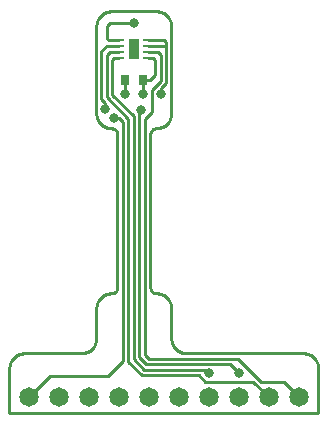
<source format=gbr>
G04 EAGLE Gerber RS-274X export*
G75*
%MOMM*%
%FSLAX34Y34*%
%LPD*%
%INTop Copper*%
%IPPOS*%
%AMOC8*
5,1,8,0,0,1.08239X$1,22.5*%
G01*
%ADD10R,0.850000X0.254000*%
%ADD11R,0.900000X1.700000*%
%ADD12R,0.762000X0.889000*%
%ADD13C,1.650000*%
%ADD14C,0.806400*%
%ADD15C,0.254000*%
%ADD16C,0.254000*%


D10*
X93160Y316110D03*
X93160Y311110D03*
X93160Y306110D03*
X93160Y301110D03*
X117660Y301110D03*
X117660Y306110D03*
X117660Y311110D03*
X117660Y316110D03*
D11*
X105410Y308610D03*
D12*
X97790Y281940D03*
X113030Y281940D03*
D13*
X16510Y13970D03*
X41910Y13970D03*
X67310Y13970D03*
X92710Y13970D03*
X118110Y13970D03*
X143510Y13970D03*
X168910Y13970D03*
X194310Y13970D03*
X219710Y13970D03*
X245110Y13970D03*
D14*
X128270Y270510D03*
D15*
X93160Y311110D02*
X82510Y311110D01*
X77978Y306578D01*
X77978Y265960D01*
D14*
X81280Y257810D03*
D15*
X81280Y262658D02*
X77978Y265960D01*
X81280Y262658D02*
X81280Y257810D01*
D14*
X97790Y270510D03*
D15*
X97790Y281940D01*
X117660Y316110D02*
X130930Y316110D01*
X132842Y314198D01*
X128270Y275358D02*
X128270Y270510D01*
X128270Y275358D02*
X132842Y279930D01*
X132842Y311150D02*
X132842Y314198D01*
X132842Y311150D02*
X132842Y279930D01*
X132802Y311110D02*
X117660Y311110D01*
X132802Y311110D02*
X132842Y311150D01*
D14*
X105410Y308610D03*
X113030Y270510D03*
D15*
X113030Y281940D01*
D14*
X88900Y250190D03*
D15*
X92710Y250190D02*
X96266Y246634D01*
X92710Y250190D02*
X88900Y250190D01*
X117660Y301110D02*
X121800Y301110D01*
X123698Y299212D01*
X119380Y281940D02*
X113030Y281940D01*
X123698Y286258D02*
X123698Y299212D01*
X123698Y286258D02*
X119380Y281940D01*
X96266Y44196D02*
X83820Y31750D01*
X34290Y31750D01*
X16510Y13970D01*
X96266Y44196D02*
X96266Y246634D01*
X128270Y303530D02*
X125690Y306110D01*
X128270Y303530D02*
X128270Y281824D01*
X120650Y255058D02*
X114554Y248962D01*
X120650Y274204D02*
X128270Y281824D01*
X120650Y274204D02*
X120650Y255058D01*
X117660Y306110D02*
X125690Y306110D01*
X114554Y49508D02*
X117866Y46196D01*
X193950Y46196D01*
X213476Y26670D02*
X232410Y26670D01*
X213476Y26670D02*
X193950Y46196D01*
X232410Y26670D02*
X245110Y13970D01*
X114554Y49508D02*
X114554Y248962D01*
D14*
X111760Y256540D03*
D15*
X109982Y254762D01*
D14*
X105410Y330200D03*
D15*
X93160Y316110D02*
X83940Y316110D01*
X82550Y317500D01*
X82550Y327660D01*
X85090Y330200D02*
X105410Y330200D01*
X85090Y330200D02*
X82550Y327660D01*
D14*
X194310Y34290D03*
D15*
X109982Y47614D02*
X109982Y254762D01*
X115972Y41624D02*
X186976Y41624D01*
X194310Y34290D01*
X115972Y41624D02*
X109982Y47614D01*
X105410Y251460D02*
X87122Y269748D01*
X105410Y251460D02*
X105410Y45720D01*
X93160Y301110D02*
X89020Y301110D01*
X87122Y299212D01*
X87122Y269748D01*
D14*
X168910Y34290D03*
D15*
X114300Y36830D02*
X105410Y45720D01*
X166370Y36830D02*
X168910Y34290D01*
X166370Y36830D02*
X114300Y36830D01*
X93160Y306110D02*
X85130Y306110D01*
X82550Y303530D01*
X82550Y267854D01*
X100838Y249566D01*
X100838Y43826D02*
X112406Y32258D01*
X160570Y32258D02*
X165872Y26956D01*
X160570Y32258D02*
X112406Y32258D01*
X206724Y26956D02*
X219710Y13970D01*
X100838Y43826D02*
X100838Y249566D01*
X165872Y26956D02*
X206724Y26956D01*
D16*
X0Y0D02*
X261620Y0D01*
X261620Y38100D01*
X261572Y39207D01*
X261427Y40305D01*
X261187Y41387D01*
X260854Y42444D01*
X260430Y43467D01*
X259919Y44450D01*
X259323Y45384D01*
X258649Y46263D01*
X257900Y47080D01*
X257083Y47829D01*
X256204Y48503D01*
X255270Y49099D01*
X254287Y49610D01*
X253264Y50034D01*
X252207Y50367D01*
X251125Y50607D01*
X250027Y50752D01*
X248920Y50800D01*
X149860Y50800D01*
X148753Y50848D01*
X147655Y50993D01*
X146573Y51233D01*
X145516Y51566D01*
X144493Y51990D01*
X143510Y52501D01*
X142576Y53097D01*
X141697Y53771D01*
X140880Y54520D01*
X140131Y55337D01*
X139457Y56216D01*
X138861Y57150D01*
X138350Y58133D01*
X137926Y59156D01*
X137593Y60213D01*
X137353Y61295D01*
X137208Y62393D01*
X137160Y63500D01*
X137160Y88900D01*
X137112Y90007D01*
X136967Y91105D01*
X136727Y92187D01*
X136394Y93244D01*
X135970Y94267D01*
X135459Y95250D01*
X134863Y96184D01*
X134189Y97063D01*
X133440Y97880D01*
X132623Y98629D01*
X131744Y99303D01*
X130810Y99899D01*
X129827Y100410D01*
X128804Y100834D01*
X127747Y101167D01*
X126665Y101407D01*
X125567Y101552D01*
X124460Y101600D01*
X124017Y101619D01*
X123578Y101677D01*
X123145Y101773D01*
X122723Y101906D01*
X122313Y102076D01*
X121920Y102281D01*
X121546Y102519D01*
X121195Y102789D01*
X120868Y103088D01*
X120569Y103415D01*
X120299Y103766D01*
X120061Y104140D01*
X119856Y104533D01*
X119686Y104943D01*
X119553Y105365D01*
X119457Y105798D01*
X119399Y106237D01*
X119380Y106680D01*
X119380Y236220D01*
X119399Y236663D01*
X119457Y237102D01*
X119553Y237535D01*
X119686Y237957D01*
X119856Y238367D01*
X120061Y238760D01*
X120299Y239134D01*
X120569Y239485D01*
X120868Y239812D01*
X121195Y240112D01*
X121546Y240381D01*
X121920Y240619D01*
X122313Y240824D01*
X122723Y240994D01*
X123145Y241127D01*
X123578Y241223D01*
X124017Y241281D01*
X124460Y241300D01*
X125567Y241348D01*
X126665Y241493D01*
X127747Y241733D01*
X128804Y242066D01*
X129827Y242490D01*
X130810Y243001D01*
X131744Y243597D01*
X132623Y244271D01*
X133440Y245020D01*
X134189Y245837D01*
X134863Y246716D01*
X135459Y247650D01*
X135970Y248633D01*
X136394Y249656D01*
X136727Y250713D01*
X136967Y251795D01*
X137112Y252893D01*
X137160Y254000D01*
X137160Y327660D01*
X137112Y328767D01*
X136967Y329865D01*
X136727Y330947D01*
X136394Y332004D01*
X135970Y333027D01*
X135459Y334010D01*
X134863Y334944D01*
X134189Y335823D01*
X133440Y336640D01*
X132623Y337389D01*
X131744Y338063D01*
X130810Y338659D01*
X129827Y339170D01*
X128804Y339594D01*
X127747Y339927D01*
X126665Y340167D01*
X125567Y340312D01*
X124460Y340360D01*
X86360Y340360D01*
X85253Y340312D01*
X84155Y340167D01*
X83073Y339927D01*
X82016Y339594D01*
X80993Y339170D01*
X80010Y338659D01*
X79076Y338063D01*
X78197Y337389D01*
X77380Y336640D01*
X76631Y335823D01*
X75957Y334944D01*
X75361Y334010D01*
X74850Y333027D01*
X74426Y332004D01*
X74093Y330947D01*
X73853Y329865D01*
X73708Y328767D01*
X73660Y327660D01*
X73660Y254000D01*
X73708Y252893D01*
X73853Y251795D01*
X74093Y250713D01*
X74426Y249656D01*
X74850Y248633D01*
X75361Y247650D01*
X75957Y246716D01*
X76631Y245837D01*
X77380Y245020D01*
X78197Y244271D01*
X79076Y243597D01*
X80010Y243001D01*
X80993Y242490D01*
X82016Y242066D01*
X83073Y241733D01*
X84155Y241493D01*
X85253Y241348D01*
X86360Y241300D01*
X86803Y241281D01*
X87242Y241223D01*
X87675Y241127D01*
X88097Y240994D01*
X88507Y240824D01*
X88900Y240619D01*
X89274Y240381D01*
X89625Y240112D01*
X89952Y239812D01*
X90252Y239485D01*
X90521Y239134D01*
X90759Y238760D01*
X90964Y238367D01*
X91134Y237957D01*
X91267Y237535D01*
X91363Y237102D01*
X91421Y236663D01*
X91440Y236220D01*
X91440Y106680D01*
X91421Y106237D01*
X91363Y105798D01*
X91267Y105365D01*
X91134Y104943D01*
X90964Y104533D01*
X90759Y104140D01*
X90521Y103766D01*
X90252Y103415D01*
X89952Y103088D01*
X89625Y102789D01*
X89274Y102519D01*
X88900Y102281D01*
X88507Y102076D01*
X88097Y101906D01*
X87675Y101773D01*
X87242Y101677D01*
X86803Y101619D01*
X86360Y101600D01*
X85253Y101552D01*
X84155Y101407D01*
X83073Y101167D01*
X82016Y100834D01*
X80993Y100410D01*
X80010Y99899D01*
X79076Y99303D01*
X78197Y98629D01*
X77380Y97880D01*
X76631Y97063D01*
X75957Y96184D01*
X75361Y95250D01*
X74850Y94267D01*
X74426Y93244D01*
X74093Y92187D01*
X73853Y91105D01*
X73708Y90007D01*
X73660Y88900D01*
X73660Y63500D01*
X73612Y62393D01*
X73467Y61295D01*
X73227Y60213D01*
X72894Y59156D01*
X72470Y58133D01*
X71959Y57150D01*
X71363Y56216D01*
X70689Y55337D01*
X69940Y54520D01*
X69123Y53771D01*
X68244Y53097D01*
X67310Y52501D01*
X66327Y51990D01*
X65304Y51566D01*
X64247Y51233D01*
X63165Y50993D01*
X62067Y50848D01*
X60960Y50800D01*
X12700Y50800D01*
X11593Y50752D01*
X10495Y50607D01*
X9413Y50367D01*
X8356Y50034D01*
X7333Y49610D01*
X6350Y49099D01*
X5416Y48503D01*
X4537Y47829D01*
X3720Y47080D01*
X2971Y46263D01*
X2297Y45384D01*
X1701Y44450D01*
X1190Y43467D01*
X766Y42444D01*
X433Y41387D01*
X193Y40305D01*
X48Y39207D01*
X0Y38100D01*
X0Y0D01*
M02*

</source>
